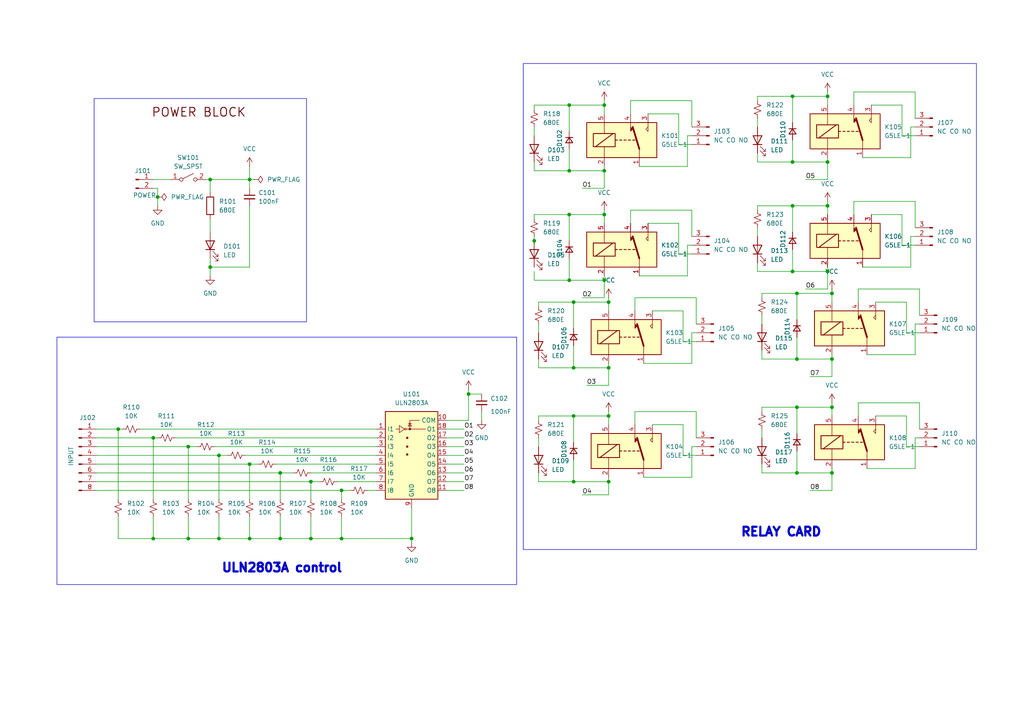
<source format=kicad_sch>
(kicad_sch (version 20250114) (generator "eeschema") (generator_version "9.0")
  (paper "A4")
  (title_block (title "8 CHANNELRELAY CARD") (date "2025-10-05"))
  (lib_symbols
    (symbol "Connector:Conn_01x02_Pin" (pin_names (offset 1.016) (hide yes))
      (property "Reference" "J" (at 0 2.54 0))
      (property "Value" "Conn_01x02_Pin" (at 0 -5.08 0))
      (symbol "Conn_01x02_Pin_1_1"
        (pin passive line (at 5.08 0 180) (length 3.81) (name "Pin_1") (number "1"))
        (pin passive line (at 5.08 -2.54 180) (length 3.81) (name "Pin_2") (number "2"))
      )
    )
    (symbol "Connector:Conn_01x03_Pin" (pin_names (offset 1.016) (hide yes))
      (property "Reference" "J" (at 0 5.08 0))
      (property "Value" "Conn_01x03_Pin" (at 0 -5.08 0))
      (symbol "Conn_01x03_Pin_1_1"
        (pin passive line (at 5.08 2.54 180) (length 3.81) (name "Pin_1") (number "1"))
        (pin passive line (at 5.08 0 180) (length 3.81) (name "Pin_2") (number "2"))
        (pin passive line (at 5.08 -2.54 180) (length 3.81) (name "Pin_3") (number "3"))
      )
    )
    (symbol "Connector:Conn_01x08_Pin" (pin_names (offset 1.016) (hide yes))
      (property "Reference" "J" (at 0 10.16 0))
      (property "Value" "Conn_01x08_Pin" (at 0 -12.7 0))
      (symbol "Conn_01x08_Pin_1_1"
        (pin passive line (at 5.08 7.62 180) (length 3.81) (name "Pin_1") (number "1"))
        (pin passive line (at 5.08 5.08 180) (length 3.81) (name "Pin_2") (number "2"))
        (pin passive line (at 5.08 2.54 180) (length 3.81) (name "Pin_3") (number "3"))
        (pin passive line (at 5.08 0 180) (length 3.81) (name "Pin_4") (number "4"))
        (pin passive line (at 5.08 -2.54 180) (length 3.81) (name "Pin_5") (number "5"))
        (pin passive line (at 5.08 -5.08 180) (length 3.81) (name "Pin_6") (number "6"))
        (pin passive line (at 5.08 -7.62 180) (length 3.81) (name "Pin_7") (number "7"))
        (pin passive line (at 5.08 -10.16 180) (length 3.81) (name "Pin_8") (number "8"))
      )
    )
    (symbol "Device:C_Small" (pin_numbers (hide yes)) (pin_names (offset 0.254) (hide yes))
      (property "Reference" "C" (at 0.254 1.778 0))
      (property "Value" "C_Small" (at 0.254 -2.032 0))
      (symbol "C_Small_1_1"
        (pin passive line (at 0 2.54 270) (length 2.032) (name "~") (number "1"))
        (pin passive line (at 0 -2.54 90) (length 2.032) (name "~") (number "2"))
      )
    )
    (symbol "Device:D_Small" (pin_numbers (hide yes)) (pin_names (offset 0.254) (hide yes))
      (property "Reference" "D" (at -1.27 2.032 0))
      (property "Value" "D_Small" (at -3.81 -2.032 0))
      (symbol "D_Small_1_1"
        (pin passive line (at -2.54 0 0) (length 1.778) (name "K") (number "1"))
        (pin passive line (at 2.54 0 180) (length 1.778) (name "A") (number "2"))
      )
    )
    (symbol "Device:LED" (pin_numbers (hide yes)) (pin_names (offset 1.016) (hide yes))
      (property "Reference" "D" (at 0 2.54 0))
      (property "Value" "LED" (at 0 -2.54 0))
      (symbol "LED_1_1"
        (pin passive line (at -3.81 0 0) (length 2.54) (name "K") (number "1"))
        (pin passive line (at 3.81 0 180) (length 2.54) (name "A") (number "2"))
      )
    )
    (symbol "Device:R" (pin_numbers (hide yes)) (pin_names (offset 0))
      (property "Reference" "R" (at 2.032 0 90))
      (property "Value" "R" (at 0 0 90))
      (symbol "R_1_1"
        (pin passive line (at 0 3.81 270) (length 1.27) (name "~") (number "1"))
        (pin passive line (at 0 -3.81 90) (length 1.27) (name "~") (number "2"))
      )
    )
    (symbol "Device:R_Small_US" (pin_numbers (hide yes)) (pin_names (offset 0.254) (hide yes))
      (property "Reference" "R" (at 0.762 0.508 0))
      (property "Value" "R_Small_US" (at 0.762 -1.016 0))
      (symbol "R_Small_US_1_1"
        (pin passive line (at 0 2.54 270) (length 1.016) (name "~") (number "1"))
        (pin passive line (at 0 -2.54 90) (length 1.016) (name "~") (number "2"))
      )
    )
    (symbol "Relay:G5LE-1"
      (property "Reference" "K" (at 11.43 3.81 0))
      (property "Value" "G5LE-1" (at 11.43 1.27 0))
      (symbol "G5LE-1_1_1"
        (pin passive line (at -5.08 7.62 270) (length 2.54) (name "~") (number "5"))
        (pin passive line (at -5.08 -7.62 90) (length 2.54) (name "~") (number "2"))
        (pin passive line (at 2.54 7.62 270) (length 2.54) (name "~") (number "4"))
        (pin passive line (at 5.08 -7.62 90) (length 2.54) (name "~") (number "1"))
        (pin passive line (at 7.62 7.62 270) (length 2.54) (name "~") (number "3"))
      )
    )
    (symbol "Switch:SW_SPST" (pin_names (offset 0) (hide yes))
      (property "Reference" "SW" (at 0 3.175 0))
      (property "Value" "SW_SPST" (at 0 -2.54 0))
      (symbol "SW_SPST_1_1"
        (pin passive line (at -5.08 0 0) (length 2.54) (name "A") (number "1"))
        (pin passive line (at 5.08 0 180) (length 2.54) (name "B") (number "2"))
      )
    )
    (symbol "Transistor_Array:ULN2803A"
      (property "Reference" "U" (at 0 13.335 0))
      (property "Value" "ULN2803A" (at 0 11.43 0))
      (symbol "ULN2803A_1_1"
        (pin input line (at -10.16 5.08 0) (length 2.54) (name "I1") (number "1"))
        (pin input line (at -10.16 2.54 0) (length 2.54) (name "I2") (number "2"))
        (pin input line (at -10.16 0 0) (length 2.54) (name "I3") (number "3"))
        (pin input line (at -10.16 -2.54 0) (length 2.54) (name "I4") (number "4"))
        (pin input line (at -10.16 -5.08 0) (length 2.54) (name "I5") (number "5"))
        (pin input line (at -10.16 -7.62 0) (length 2.54) (name "I6") (number "6"))
        (pin input line (at -10.16 -10.16 0) (length 2.54) (name "I7") (number "7"))
        (pin input line (at -10.16 -12.7 0) (length 2.54) (name "I8") (number "8"))
        (pin power_in line (at 0 -17.78 90) (length 2.54) (name "GND") (number "9"))
        (pin passive line (at 10.16 7.62 180) (length 2.54) (name "COM") (number "10"))
        (pin open_collector line (at 10.16 5.08 180) (length 2.54) (name "O1") (number "18"))
        (pin open_collector line (at 10.16 2.54 180) (length 2.54) (name "O2") (number "17"))
        (pin open_collector line (at 10.16 0 180) (length 2.54) (name "O3") (number "16"))
        (pin open_collector line (at 10.16 -2.54 180) (length 2.54) (name "O4") (number "15"))
        (pin open_collector line (at 10.16 -5.08 180) (length 2.54) (name "O5") (number "14"))
        (pin open_collector line (at 10.16 -7.62 180) (length 2.54) (name "O6") (number "13"))
        (pin open_collector line (at 10.16 -10.16 180) (length 2.54) (name "O7") (number "12"))
        (pin open_collector line (at 10.16 -12.7 180) (length 2.54) (name "O8") (number "11"))
      )
    )
    (symbol "power:GND" (power) (pin_numbers (hide yes)) (pin_names (offset 0) (hide yes))
      (property "Value" "GND" (at 0 -3.81 0))
      (symbol "GND_1_1"
        (pin power_in line (at 0 0 270) (length 0) (name "~") (number "1"))
      )
    )
    (symbol "power:PWR_FLAG" (power) (pin_numbers (hide yes)) (pin_names (offset 0) (hide yes))
      (property "Value" "PWR_FLAG" (at 0 3.81 0))
      (symbol "PWR_FLAG_0_0"
        (pin power_out line (at 0 0 90) (length 0) (name "~") (number "1"))
      )
    )
    (symbol "power:VCC" (power) (pin_numbers (hide yes)) (pin_names (offset 0) (hide yes))
      (property "Value" "VCC" (at 0 3.556 0))
      (symbol "VCC_1_1"
        (pin power_in line (at 0 0 90) (length 0) (name "~") (number "1"))
      )
    )
  )
  (rectangle (start 151.765 18.415) (end 283.21 159.385))
  (rectangle (start 88.9 93.345) (end 27.305 28.575))
  (rectangle (start 16.51 97.79) (end 149.86 169.545))
  (text "RELAY CARD" (at 226.568 154.432 0) (effects (font (size 2.54 2.54) (thickness 1.016) (bold yes))))
  (text "ULN2803A control" (at 81.788 164.846 0) (effects (font (size 2.54 2.54) (thickness 1.016) (bold yes))))
  (text "POWER BLOCK" (at 57.658 32.766 0) (effects (font (size 2.54 2.54) (thickness 0.254) (bold yes))))
  (junction (at 229.87 78.74))
  (junction (at 99.06 142.24))
  (junction (at 241.3 137.16))
  (junction (at 231.14 118.11))
  (junction (at 229.87 59.69))
  (junction (at 231.14 137.16))
  (junction (at 44.45 156.21))
  (junction (at 54.61 129.54))
  (junction (at 231.14 104.14))
  (junction (at 166.37 87.63))
  (junction (at 165.1 81.28))
  (junction (at 165.1 30.48))
  (junction (at 72.39 134.62))
  (junction (at 241.3 118.11))
  (junction (at 166.37 120.65))
  (junction (at 231.14 85.09))
  (junction (at 90.17 156.21))
  (junction (at 154.94 69.85))
  (junction (at 90.17 139.7))
  (junction (at 60.96 52.07))
  (junction (at 175.26 62.23))
  (junction (at 165.1 62.23))
  (junction (at 240.03 27.94))
  (junction (at 166.37 106.68))
  (junction (at 54.61 156.21))
  (junction (at 135.89 114.3))
  (junction (at 176.53 87.63))
  (junction (at 81.28 156.21))
  (junction (at 175.26 49.53))
  (junction (at 165.1 49.53))
  (junction (at 34.29 124.46))
  (junction (at 72.39 156.21))
  (junction (at 175.26 30.48))
  (junction (at 81.28 137.16))
  (junction (at 63.5 156.21))
  (junction (at 45.72 57.15))
  (junction (at 72.39 52.07))
  (junction (at 229.87 46.99))
  (junction (at 119.38 156.21))
  (junction (at 166.37 139.7))
  (junction (at 176.53 120.65))
  (junction (at 60.96 77.47))
  (junction (at 241.3 104.14))
  (junction (at 44.45 127))
  (junction (at 99.06 156.21))
  (junction (at 175.26 81.28))
  (junction (at 63.5 132.08))
  (junction (at 229.87 27.94))
  (junction (at 176.53 106.68))
  (junction (at 240.03 46.99))
  (junction (at 176.53 139.7))
  (junction (at 241.3 85.09))
  (junction (at 240.03 78.74))
  (junction (at 240.03 59.69))
  (wire (pts (xy 250.19 45.72) (xy 264.16 45.72)))
  (wire (pts (xy 229.87 27.94) (xy 240.03 27.94)))
  (wire (pts (xy 154.94 36.83) (xy 154.94 39.37)))
  (wire (pts (xy 240.03 78.74) (xy 240.03 83.82)))
  (wire (pts (xy 219.71 78.74) (xy 229.87 78.74)))
  (wire (pts (xy 106.68 142.24) (xy 109.22 142.24)))
  (wire (pts (xy 229.87 40.64) (xy 229.87 46.99)))
  (wire (pts (xy 154.94 68.58) (xy 154.94 69.85)))
  (wire (pts (xy 247.65 30.48) (xy 247.65 26.67)))
  (wire (pts (xy 199.39 80.01) (xy 199.39 71.12)))
  (wire (pts (xy 129.54 127) (xy 134.62 127)))
  (wire (pts (xy 90.17 144.78) (xy 90.17 139.7)))
  (wire (pts (xy 97.79 139.7) (xy 109.22 139.7)))
  (wire (pts (xy 72.39 149.86) (xy 72.39 156.21)))
  (wire (pts (xy 198.12 132.08) (xy 201.93 132.08)))
  (wire (pts (xy 99.06 142.24) (xy 101.6 142.24)))
  (wire (pts (xy 135.89 121.92) (xy 135.89 114.3)))
  (wire (pts (xy 240.03 77.47) (xy 240.03 78.74)))
  (wire (pts (xy 265.43 26.67) (xy 265.43 34.29)))
  (wire (pts (xy 198.12 90.17) (xy 198.12 99.06)))
  (wire (pts (xy 60.96 77.47) (xy 60.96 80.01)))
  (wire (pts (xy 139.7 119.38) (xy 139.7 121.92)))
  (wire (pts (xy 220.98 104.14) (xy 231.14 104.14)))
  (wire (pts (xy 176.53 111.76) (xy 170.18 111.76)))
  (wire (pts (xy 220.98 124.46) (xy 220.98 127)))
  (wire (pts (xy 199.39 39.37) (xy 200.66 39.37)))
  (wire (pts (xy 50.8 127) (xy 109.22 127)))
  (wire (pts (xy 27.94 124.46) (xy 34.29 124.46)))
  (wire (pts (xy 182.88 64.77) (xy 182.88 60.96)))
  (wire (pts (xy 264.16 68.58) (xy 265.43 68.58)))
  (wire (pts (xy 254 120.65) (xy 262.89 120.65)))
  (wire (pts (xy 54.61 149.86) (xy 54.61 156.21)))
  (wire (pts (xy 63.5 156.21) (xy 72.39 156.21)))
  (wire (pts (xy 90.17 139.7) (xy 27.94 139.7)))
  (wire (pts (xy 44.45 54.61) (xy 45.72 54.61)))
  (wire (pts (xy 187.96 64.77) (xy 196.85 64.77)))
  (wire (pts (xy 182.88 29.21) (xy 200.66 29.21)))
  (wire (pts (xy 189.23 90.17) (xy 198.12 90.17)))
  (wire (pts (xy 184.15 86.36) (xy 201.93 86.36)))
  (wire (pts (xy 176.53 86.36) (xy 176.53 87.63)))
  (wire (pts (xy 63.5 149.86) (xy 63.5 156.21)))
  (wire (pts (xy 81.28 149.86) (xy 81.28 156.21)))
  (wire (pts (xy 72.39 77.47) (xy 60.96 77.47)))
  (wire (pts (xy 90.17 137.16) (xy 109.22 137.16)))
  (wire (pts (xy 251.46 135.89) (xy 265.43 135.89)))
  (wire (pts (xy 229.87 78.74) (xy 240.03 78.74)))
  (wire (pts (xy 81.28 156.21) (xy 90.17 156.21)))
  (wire (pts (xy 175.26 54.61) (xy 168.91 54.61)))
  (wire (pts (xy 262.89 96.52) (xy 266.7 96.52)))
  (wire (pts (xy 265.43 93.98) (xy 266.7 93.98)))
  (wire (pts (xy 248.92 87.63) (xy 248.92 83.82)))
  (wire (pts (xy 241.3 104.14) (xy 241.3 109.22)))
  (wire (pts (xy 156.21 127) (xy 156.21 129.54)))
  (wire (pts (xy 44.45 127) (xy 45.72 127)))
  (wire (pts (xy 229.87 59.69) (xy 240.03 59.69)))
  (wire (pts (xy 166.37 120.65) (xy 176.53 120.65)))
  (wire (pts (xy 199.39 71.12) (xy 200.66 71.12)))
  (wire (pts (xy 229.87 46.99) (xy 240.03 46.99)))
  (wire (pts (xy 196.85 33.02) (xy 196.85 41.91)))
  (wire (pts (xy 154.94 49.53) (xy 165.1 49.53)))
  (wire (pts (xy 165.1 30.48) (xy 175.26 30.48)))
  (wire (pts (xy 261.62 39.37) (xy 265.43 39.37)))
  (wire (pts (xy 44.45 52.07) (xy 49.53 52.07)))
  (wire (pts (xy 241.3 135.89) (xy 241.3 137.16)))
  (wire (pts (xy 135.89 114.3) (xy 139.7 114.3)))
  (wire (pts (xy 231.14 118.11) (xy 241.3 118.11)))
  (wire (pts (xy 168.91 143.51) (xy 176.53 143.51)))
  (wire (pts (xy 166.37 139.7) (xy 176.53 139.7)))
  (wire (pts (xy 175.26 48.26) (xy 175.26 49.53)))
  (wire (pts (xy 165.1 81.28) (xy 175.26 81.28)))
  (wire (pts (xy 189.23 123.19) (xy 198.12 123.19)))
  (wire (pts (xy 261.62 62.23) (xy 261.62 71.12)))
  (wire (pts (xy 247.65 58.42) (xy 265.43 58.42)))
  (wire (pts (xy 219.71 27.94) (xy 229.87 27.94)))
  (wire (pts (xy 265.43 58.42) (xy 265.43 66.04)))
  (wire (pts (xy 182.88 33.02) (xy 182.88 29.21)))
  (wire (pts (xy 176.53 119.38) (xy 176.53 120.65)))
  (wire (pts (xy 154.94 62.23) (xy 165.1 62.23)))
  (wire (pts (xy 154.94 81.28) (xy 165.1 81.28)))
  (wire (pts (xy 219.71 76.2) (xy 219.71 78.74)))
  (wire (pts (xy 60.96 52.07) (xy 60.96 55.88)))
  (wire (pts (xy 154.94 69.85) (xy 154.94 71.12)))
  (wire (pts (xy 201.93 119.38) (xy 201.93 127)))
  (wire (pts (xy 247.65 62.23) (xy 247.65 58.42)))
  (wire (pts (xy 175.26 60.96) (xy 175.26 62.23)))
  (wire (pts (xy 261.62 30.48) (xy 261.62 39.37)))
  (wire (pts (xy 156.21 137.16) (xy 156.21 139.7)))
  (wire (pts (xy 231.14 125.73) (xy 231.14 118.11)))
  (wire (pts (xy 81.28 137.16) (xy 85.09 137.16)))
  (wire (pts (xy 266.7 116.84) (xy 266.7 124.46)))
  (wire (pts (xy 264.16 36.83) (xy 265.43 36.83)))
  (wire (pts (xy 176.53 106.68) (xy 176.53 111.76)))
  (wire (pts (xy 81.28 137.16) (xy 81.28 144.78)))
  (wire (pts (xy 201.93 86.36) (xy 201.93 93.98)))
  (wire (pts (xy 72.39 134.62) (xy 74.93 134.62)))
  (wire (pts (xy 219.71 59.69) (xy 229.87 59.69)))
  (wire (pts (xy 175.26 80.01) (xy 175.26 81.28)))
  (wire (pts (xy 165.1 62.23) (xy 175.26 62.23)))
  (wire (pts (xy 240.03 58.42) (xy 240.03 59.69)))
  (wire (pts (xy 241.3 118.11) (xy 241.3 120.65)))
  (wire (pts (xy 240.03 45.72) (xy 240.03 46.99)))
  (wire (pts (xy 250.19 77.47) (xy 264.16 77.47)))
  (wire (pts (xy 129.54 139.7) (xy 134.62 139.7)))
  (wire (pts (xy 99.06 142.24) (xy 99.06 144.78)))
  (wire (pts (xy 27.94 132.08) (xy 63.5 132.08)))
  (wire (pts (xy 154.94 46.99) (xy 154.94 49.53)))
  (wire (pts (xy 196.85 41.91) (xy 200.66 41.91)))
  (wire (pts (xy 45.72 54.61) (xy 45.72 57.15)))
  (wire (pts (xy 248.92 116.84) (xy 266.7 116.84)))
  (wire (pts (xy 72.39 134.62) (xy 72.39 144.78)))
  (wire (pts (xy 252.73 30.48) (xy 261.62 30.48)))
  (wire (pts (xy 229.87 72.39) (xy 229.87 78.74)))
  (wire (pts (xy 166.37 106.68) (xy 176.53 106.68)))
  (wire (pts (xy 72.39 59.69) (xy 72.39 77.47)))
  (wire (pts (xy 240.03 46.99) (xy 240.03 52.07)))
  (wire (pts (xy 199.39 48.26) (xy 199.39 39.37)))
  (wire (pts (xy 251.46 102.87) (xy 265.43 102.87)))
  (wire (pts (xy 80.01 134.62) (xy 109.22 134.62)))
  (wire (pts (xy 184.15 90.17) (xy 184.15 86.36)))
  (wire (pts (xy 200.66 105.41) (xy 200.66 96.52)))
  (wire (pts (xy 165.1 74.93) (xy 165.1 81.28)))
  (wire (pts (xy 27.94 127) (xy 44.45 127)))
  (wire (pts (xy 196.85 73.66) (xy 200.66 73.66)))
  (wire (pts (xy 266.7 83.82) (xy 266.7 91.44)))
  (wire (pts (xy 265.43 135.89) (xy 265.43 127)))
  (wire (pts (xy 200.66 60.96) (xy 200.66 68.58)))
  (wire (pts (xy 165.1 43.18) (xy 165.1 49.53)))
  (wire (pts (xy 264.16 45.72) (xy 264.16 36.83)))
  (wire (pts (xy 176.53 120.65) (xy 176.53 123.19)))
  (wire (pts (xy 248.92 120.65) (xy 248.92 116.84)))
  (wire (pts (xy 241.3 116.84) (xy 241.3 118.11)))
  (wire (pts (xy 72.39 156.21) (xy 81.28 156.21)))
  (wire (pts (xy 241.3 137.16) (xy 241.3 142.24)))
  (wire (pts (xy 44.45 127) (xy 44.45 144.78)))
  (wire (pts (xy 200.66 138.43) (xy 200.66 129.54)))
  (wire (pts (xy 241.3 142.24) (xy 234.95 142.24)))
  (wire (pts (xy 72.39 54.61) (xy 72.39 52.07)))
  (wire (pts (xy 219.71 29.21) (xy 219.71 27.94)))
  (wire (pts (xy 229.87 35.56) (xy 229.87 27.94)))
  (wire (pts (xy 27.94 134.62) (xy 72.39 134.62)))
  (wire (pts (xy 129.54 142.24) (xy 134.62 142.24)))
  (wire (pts (xy 156.21 120.65) (xy 166.37 120.65)))
  (wire (pts (xy 176.53 87.63) (xy 176.53 90.17)))
  (wire (pts (xy 262.89 87.63) (xy 262.89 96.52)))
  (wire (pts (xy 129.54 121.92) (xy 135.89 121.92)))
  (wire (pts (xy 40.64 124.46) (xy 109.22 124.46)))
  (wire (pts (xy 63.5 132.08) (xy 63.5 144.78)))
  (wire (pts (xy 231.14 137.16) (xy 241.3 137.16)))
  (wire (pts (xy 220.98 134.62) (xy 220.98 137.16)))
  (wire (pts (xy 72.39 48.26) (xy 72.39 52.07)))
  (wire (pts (xy 231.14 85.09) (xy 241.3 85.09)))
  (wire (pts (xy 166.37 95.25) (xy 166.37 87.63)))
  (wire (pts (xy 119.38 156.21) (xy 119.38 157.48)))
  (wire (pts (xy 176.53 138.43) (xy 176.53 139.7)))
  (wire (pts (xy 219.71 60.96) (xy 219.71 59.69)))
  (wire (pts (xy 27.94 142.24) (xy 99.06 142.24)))
  (wire (pts (xy 185.42 80.01) (xy 199.39 80.01)))
  (wire (pts (xy 135.89 114.3) (xy 135.89 113.03)))
  (wire (pts (xy 156.21 87.63) (xy 166.37 87.63)))
  (wire (pts (xy 229.87 67.31) (xy 229.87 59.69)))
  (wire (pts (xy 176.53 105.41) (xy 176.53 106.68)))
  (wire (pts (xy 154.94 31.75) (xy 154.94 30.48)))
  (wire (pts (xy 129.54 137.16) (xy 134.62 137.16)))
  (wire (pts (xy 156.21 88.9) (xy 156.21 87.63)))
  (wire (pts (xy 219.71 34.29) (xy 219.71 36.83)))
  (wire (pts (xy 166.37 133.35) (xy 166.37 139.7)))
  (wire (pts (xy 175.26 49.53) (xy 175.26 54.61)))
  (wire (pts (xy 220.98 101.6) (xy 220.98 104.14)))
  (wire (pts (xy 156.21 106.68) (xy 166.37 106.68)))
  (wire (pts (xy 241.3 102.87) (xy 241.3 104.14)))
  (wire (pts (xy 60.96 74.93) (xy 60.96 77.47)))
  (wire (pts (xy 254 87.63) (xy 262.89 87.63)))
  (wire (pts (xy 240.03 26.67) (xy 240.03 27.94)))
  (wire (pts (xy 90.17 156.21) (xy 99.06 156.21)))
  (wire (pts (xy 156.21 121.92) (xy 156.21 120.65)))
  (wire (pts (xy 99.06 149.86) (xy 99.06 156.21)))
  (wire (pts (xy 264.16 77.47) (xy 264.16 68.58)))
  (wire (pts (xy 231.14 130.81) (xy 231.14 137.16)))
  (wire (pts (xy 166.37 128.27) (xy 166.37 120.65)))
  (wire (pts (xy 248.92 83.82) (xy 266.7 83.82)))
  (wire (pts (xy 240.03 83.82) (xy 233.68 83.82)))
  (wire (pts (xy 119.38 156.21) (xy 119.38 147.32)))
  (wire (pts (xy 231.14 97.79) (xy 231.14 104.14)))
  (wire (pts (xy 34.29 149.86) (xy 34.29 156.21)))
  (wire (pts (xy 154.94 63.5) (xy 154.94 62.23)))
  (wire (pts (xy 186.69 138.43) (xy 200.66 138.43)))
  (wire (pts (xy 166.37 87.63) (xy 176.53 87.63)))
  (wire (pts (xy 54.61 156.21) (xy 63.5 156.21)))
  (wire (pts (xy 220.98 137.16) (xy 231.14 137.16)))
  (wire (pts (xy 90.17 149.86) (xy 90.17 156.21)))
  (wire (pts (xy 72.39 52.07) (xy 60.96 52.07)))
  (wire (pts (xy 220.98 118.11) (xy 231.14 118.11)))
  (wire (pts (xy 262.89 129.54) (xy 266.7 129.54)))
  (wire (pts (xy 265.43 127) (xy 266.7 127)))
  (wire (pts (xy 219.71 66.04) (xy 219.71 68.58)))
  (wire (pts (xy 156.21 104.14) (xy 156.21 106.68)))
  (wire (pts (xy 198.12 123.19) (xy 198.12 132.08)))
  (wire (pts (xy 165.1 38.1) (xy 165.1 30.48)))
  (wire (pts (xy 200.66 96.52) (xy 201.93 96.52)))
  (wire (pts (xy 219.71 44.45) (xy 219.71 46.99)))
  (wire (pts (xy 63.5 132.08) (xy 66.04 132.08)))
  (wire (pts (xy 129.54 129.54) (xy 134.62 129.54)))
  (wire (pts (xy 62.23 129.54) (xy 109.22 129.54)))
  (wire (pts (xy 72.39 52.07) (xy 73.66 52.07)))
  (wire (pts (xy 71.12 132.08) (xy 109.22 132.08)))
  (wire (pts (xy 34.29 124.46) (xy 35.56 124.46)))
  (wire (pts (xy 129.54 124.46) (xy 134.62 124.46)))
  (wire (pts (xy 185.42 48.26) (xy 199.39 48.26)))
  (wire (pts (xy 90.17 139.7) (xy 92.71 139.7)))
  (wire (pts (xy 165.1 49.53) (xy 175.26 49.53)))
  (wire (pts (xy 175.26 29.21) (xy 175.26 30.48)))
  (wire (pts (xy 187.96 33.02) (xy 196.85 33.02)))
  (wire (pts (xy 200.66 29.21) (xy 200.66 36.83)))
  (wire (pts (xy 54.61 129.54) (xy 54.61 144.78)))
  (wire (pts (xy 186.69 105.41) (xy 200.66 105.41)))
  (wire (pts (xy 231.14 104.14) (xy 241.3 104.14)))
  (wire (pts (xy 175.26 86.36) (xy 168.91 86.36)))
  (wire (pts (xy 60.96 63.5) (xy 60.96 67.31)))
  (wire (pts (xy 240.03 27.94) (xy 240.03 30.48)))
  (wire (pts (xy 34.29 124.46) (xy 34.29 144.78)))
  (wire (pts (xy 220.98 119.38) (xy 220.98 118.11)))
  (wire (pts (xy 154.94 30.48) (xy 165.1 30.48)))
  (wire (pts (xy 220.98 86.36) (xy 220.98 85.09)))
  (wire (pts (xy 166.37 100.33) (xy 166.37 106.68)))
  (wire (pts (xy 220.98 85.09) (xy 231.14 85.09)))
  (wire (pts (xy 45.72 57.15) (xy 45.72 59.69)))
  (wire (pts (xy 240.03 59.69) (xy 240.03 62.23)))
  (wire (pts (xy 182.88 60.96) (xy 200.66 60.96)))
  (wire (pts (xy 241.3 83.82) (xy 241.3 85.09)))
  (wire (pts (xy 241.3 109.22) (xy 234.95 109.22)))
  (wire (pts (xy 175.26 81.28) (xy 175.26 86.36)))
  (wire (pts (xy 219.71 46.99) (xy 229.87 46.99)))
  (wire (pts (xy 154.94 78.74) (xy 154.94 81.28)))
  (wire (pts (xy 241.3 85.09) (xy 241.3 87.63)))
  (wire (pts (xy 156.21 93.98) (xy 156.21 96.52)))
  (wire (pts (xy 231.14 92.71) (xy 231.14 85.09)))
  (wire (pts (xy 184.15 119.38) (xy 201.93 119.38)))
  (wire (pts (xy 176.53 139.7) (xy 176.53 143.51)))
  (wire (pts (xy 129.54 132.08) (xy 134.62 132.08)))
  (wire (pts (xy 44.45 149.86) (xy 44.45 156.21)))
  (wire (pts (xy 99.06 156.21) (xy 119.38 156.21)))
  (wire (pts (xy 27.94 137.16) (xy 81.28 137.16)))
  (wire (pts (xy 247.65 26.67) (xy 265.43 26.67)))
  (wire (pts (xy 196.85 64.77) (xy 196.85 73.66)))
  (wire (pts (xy 220.98 91.44) (xy 220.98 93.98)))
  (wire (pts (xy 156.21 139.7) (xy 166.37 139.7)))
  (wire (pts (xy 129.54 134.62) (xy 134.62 134.62)))
  (wire (pts (xy 200.66 129.54) (xy 201.93 129.54)))
  (wire (pts (xy 265.43 102.87) (xy 265.43 93.98)))
  (wire (pts (xy 44.45 156.21) (xy 54.61 156.21)))
  (wire (pts (xy 261.62 71.12) (xy 265.43 71.12)))
  (wire (pts (xy 184.15 123.19) (xy 184.15 119.38)))
  (wire (pts (xy 198.12 99.06) (xy 201.93 99.06)))
  (wire (pts (xy 262.89 120.65) (xy 262.89 129.54)))
  (wire (pts (xy 27.94 129.54) (xy 54.61 129.54)))
  (wire (pts (xy 175.26 30.48) (xy 175.26 33.02)))
  (wire (pts (xy 175.26 62.23) (xy 175.26 64.77)))
  (wire (pts (xy 165.1 69.85) (xy 165.1 62.23)))
  (wire (pts (xy 34.29 156.21) (xy 44.45 156.21)))
  (wire (pts (xy 59.69 52.07) (xy 60.96 52.07)))
  (wire (pts (xy 252.73 62.23) (xy 261.62 62.23)))
  (wire (pts (xy 54.61 129.54) (xy 57.15 129.54)))
  (wire (pts (xy 240.03 52.07) (xy 233.68 52.07)))
  (label "O5" (at 233.68 52.07 0))
  (label "O3" (at 170.18 111.76 0))
  (label "O6" (at 233.68 83.82 0))
  (label "O2" (at 168.91 86.36 0))
  (label "O3" (at 134.62 129.54 0))
  (label "O4" (at 168.91 143.51 0))
  (label "O7" (at 134.62 139.7 0))
  (label "O8" (at 234.95 142.24 0))
  (label "O2" (at 134.62 127 0))
  (label "O7" (at 234.95 109.22 0))
  (label "O1" (at 168.91 54.61 0))
  (label "O5" (at 134.62 134.62 0))
  (label "O8" (at 134.62 142.24 0))
  (label "O6" (at 134.62 137.16 0))
  (label "O1" (at 134.62 124.46 0))
  (label "O4" (at 134.62 132.08 0))
  (symbol (lib_id "Connector:Conn_01x03_Pin") (at 271.78 127 180) (unit 1)
    (property "Reference" "J110" (at 273.05 125.7299 0) (effects (justify right)))
    (property "Value" "NC CO NO" (at 273.05 128.2699 0) (effects (justify right)))
    (property "Footprint" "Connector_JST:JST_NV_B03P-NV_1x03_P5.00mm_Vertical" (effects (hide yes)))
    (property "Description" "Generic connector, single row, 01x03, script generated" (effects (hide yes)))
  )
  (symbol (lib_id "Device:R_Small_US") (at 220.98 88.9 0) (unit 1)
    (property "Reference" "R124" (at 223.52 87.6299 0) (effects (justify left)))
    (property "Value" "680E" (at 223.52 90.1699 0) (effects (justify left)))
    (property "Footprint" "Resistor_SMD:R_0805_2012Metric" (effects (hide yes)))
    (property "Description" "Resistor, small US symbol" (effects (hide yes)))
  )
  (symbol (lib_id "Device:R_Small_US") (at 99.06 147.32 0) (unit 1)
    (property "Reference" "R109" (at 101.6 146.0499 0) (effects (justify left)))
    (property "Value" "10K" (at 101.6 148.5899 0) (effects (justify left)))
    (property "Footprint" "Resistor_SMD:R_0805_2012Metric" (effects (hide yes)))
    (property "Description" "Resistor, small US symbol" (effects (hide yes)))
  )
  (symbol (lib_id "Device:R_Small_US") (at 219.71 31.75 0) (unit 1)
    (property "Reference" "R122" (at 222.25 30.4799 0) (effects (justify left)))
    (property "Value" "680E" (at 222.25 33.0199 0) (effects (justify left)))
    (property "Footprint" "Resistor_SMD:R_0805_2012Metric" (effects (hide yes)))
    (property "Description" "Resistor, small US symbol" (effects (hide yes)))
  )
  (symbol (lib_id "Device:R_Small_US") (at 156.21 91.44 0) (unit 1)
    (property "Reference" "R120" (at 158.75 90.1699 0) (effects (justify left)))
    (property "Value" "680E" (at 158.75 92.7099 0) (effects (justify left)))
    (property "Footprint" "Resistor_SMD:R_0805_2012Metric" (effects (hide yes)))
    (property "Description" "Resistor, small US symbol" (effects (hide yes)))
  )
  (symbol (lib_id "Device:R_Small_US") (at 90.17 147.32 0) (unit 1)
    (property "Reference" "R108" (at 92.71 146.0499 0) (effects (justify left)))
    (property "Value" "10K" (at 92.71 148.5899 0) (effects (justify left)))
    (property "Footprint" "Resistor_SMD:R_0805_2012Metric" (effects (hide yes)))
    (property "Description" "Resistor, small US symbol" (effects (hide yes)))
  )
  (symbol (lib_id "Relay:G5LE-1") (at 180.34 40.64 0) (unit 1)
    (property "Reference" "K101" (at 191.77 39.3699 0) (effects (justify left)))
    (property "Value" "G5LE-1" (at 191.77 41.9099 0) (effects (justify left)))
    (property "Footprint" "Relay_THT:Relay_SPDT_Omron-G5LE-1" (effects (hide yes)))
    (property "Datasheet" "http://www.omron.com/ecb/products/pdf/en-g5le.pdf" (effects (hide yes)))
    (property "Description" "Omron G5LE relay, Miniature Single Pole, SPDT, 10A" (effects (hide yes)))
  )
  (symbol (lib_id "Device:R_Small_US") (at 68.58 132.08 90) (unit 1)
    (property "Reference" "R113" (at 68.58 125.73 90))
    (property "Value" "10K" (at 68.58 128.27 90))
    (property "Footprint" "Resistor_SMD:R_0805_2012Metric" (effects (hide yes)))
    (property "Description" "Resistor, small US symbol" (effects (hide yes)))
  )
  (symbol (lib_id "power:VCC") (at 241.3 116.84 0) (unit 1)
    (property "Reference" "#PWR0114" (effects (hide yes)))
    (property "Value" "VCC" (at 241.3 111.76 0))
    (property "Description" "Power symbol creates a global label with name \"VCC\"" (effects (hide yes)))
  )
  (symbol (lib_id "power:VCC") (at 176.53 119.38 0) (unit 1)
    (property "Reference" "#PWR0110" (effects (hide yes)))
    (property "Value" "VCC" (at 176.53 114.3 0))
    (property "Description" "Power symbol creates a global label with name \"VCC\"" (effects (hide yes)))
  )
  (symbol (lib_id "power:VCC") (at 240.03 58.42 0) (unit 1)
    (property "Reference" "#PWR0112" (effects (hide yes)))
    (property "Value" "VCC" (at 240.03 53.34 0))
    (property "Description" "Power symbol creates a global label with name \"VCC\"" (effects (hide yes)))
  )
  (symbol (lib_id "power:PWR_FLAG") (at 73.66 52.07 270) (unit 1)
    (property "Reference" "#FLG0101" (effects (hide yes)))
    (property "Value" "PWR_FLAG" (at 77.47 52.0699 90) (effects (justify left)))
    (property "Description" "Special symbol for telling ERC where power comes from" (effects (hide yes)))
  )
  (symbol (lib_id "power:GND") (at 119.38 157.48 0) (unit 1)
    (property "Reference" "#PWR0104" (effects (hide yes)))
    (property "Value" "GND" (at 119.38 162.56 0))
    (property "Description" "Power symbol creates a global label with name \"GND\" , ground" (effects (hide yes)))
  )
  (symbol (lib_id "power:PWR_FLAG") (at 45.72 57.15 270) (unit 1)
    (property "Reference" "#FLG0102" (effects (hide yes)))
    (property "Value" "PWR_FLAG" (at 49.53 57.1499 90) (effects (justify left)))
    (property "Description" "Special symbol for telling ERC where power comes from" (effects (hide yes)))
  )
  (symbol (lib_id "Device:C_Small") (at 72.39 57.15 0) (unit 1)
    (property "Reference" "C101" (at 74.93 55.8862 0) (effects (justify left)))
    (property "Value" "100nF" (at 74.93 58.4262 0) (effects (justify left)))
    (property "Footprint" "Capacitor_SMD:C_0805_2012Metric" (effects (hide yes)))
    (property "Description" "Unpolarized capacitor, small symbol" (effects (hide yes)))
  )
  (symbol (lib_id "Device:D_Small") (at 165.1 72.39 270) (unit 1)
    (property "Reference" "D104" (at 162.306 74.422 0) (effects (justify right)))
    (property "Value" "D_Small" (effects (hide yes)))
    (property "Footprint" "Diode_SMD:D_1206_3216Metric" (effects (hide yes)))
    (property "Description" "Diode, small symbol" (effects (hide yes)))
    (property "Sim.Device" "D" (effects (hide yes)))
    (property "Sim.Pins" "1=K 2=A" (effects (hide yes)))
  )
  (symbol (lib_id "Device:LED") (at 60.96 71.12 90) (unit 1)
    (property "Reference" "D101" (at 64.77 71.4374 90) (effects (justify right)))
    (property "Value" "LED" (at 64.77 73.9774 90) (effects (justify right)))
    (property "Footprint" "LED_SMD:LED_0805_2012Metric" (effects (hide yes)))
    (property "Description" "Light emitting diode" (effects (hide yes)))
    (property "Sim.Pins" "1=K 2=A" (effects (hide yes)))
  )
  (symbol (lib_id "power:GND") (at 139.7 121.92 0) (unit 1)
    (property "Reference" "#PWR0106" (effects (hide yes)))
    (property "Value" "GND" (at 139.7 127 0))
    (property "Description" "Power symbol creates a global label with name \"GND\" , ground" (effects (hide yes)))
  )
  (symbol (lib_id "Device:R_Small_US") (at 63.5 147.32 0) (unit 1)
    (property "Reference" "R105" (at 66.04 146.0499 0) (effects (justify left)))
    (property "Value" "10K" (at 66.04 148.5899 0) (effects (justify left)))
    (property "Footprint" "Resistor_SMD:R_0805_2012Metric" (effects (hide yes)))
    (property "Description" "Resistor, small US symbol" (effects (hide yes)))
  )
  (symbol (lib_id "power:VCC") (at 240.03 26.67 0) (unit 1)
    (property "Reference" "#PWR0111" (effects (hide yes)))
    (property "Value" "VCC" (at 240.03 21.59 0))
    (property "Description" "Power symbol creates a global label with name \"VCC\"" (effects (hide yes)))
  )
  (symbol (lib_id "Connector:Conn_01x03_Pin") (at 271.78 93.98 180) (unit 1)
    (property "Reference" "J109" (at 273.05 92.7099 0) (effects (justify right)))
    (property "Value" "NC CO NO" (at 273.05 95.2499 0) (effects (justify right)))
    (property "Footprint" "Connector_JST:JST_NV_B03P-NV_1x03_P5.00mm_Vertical" (effects (hide yes)))
    (property "Description" "Generic connector, single row, 01x03, script generated" (effects (hide yes)))
  )
  (symbol (lib_id "Device:LED") (at 220.98 97.79 90) (unit 1)
    (property "Reference" "D115" (at 224.79 98.1074 90) (effects (justify right)))
    (property "Value" "LED" (at 224.79 100.6474 90) (effects (justify right)))
    (property "Footprint" "LED_SMD:LED_0805_2012Metric" (effects (hide yes)))
    (property "Description" "Light emitting diode" (effects (hide yes)))
    (property "Sim.Pins" "1=K 2=A" (effects (hide yes)))
  )
  (symbol (lib_id "Device:D_Small") (at 165.1 40.64 270) (unit 1)
    (property "Reference" "D102" (at 162.306 42.672 0) (effects (justify right)))
    (property "Value" "D_Small" (effects (hide yes)))
    (property "Footprint" "Diode_SMD:D_1206_3216Metric" (effects (hide yes)))
    (property "Description" "Diode, small symbol" (effects (hide yes)))
    (property "Sim.Device" "D" (effects (hide yes)))
    (property "Sim.Pins" "1=K 2=A" (effects (hide yes)))
  )
  (symbol (lib_id "Relay:G5LE-1") (at 181.61 130.81 0) (unit 1)
    (property "Reference" "K104" (at 193.04 129.5399 0) (effects (justify left)))
    (property "Value" "G5LE-1" (at 193.04 132.0799 0) (effects (justify left)))
    (property "Footprint" "Relay_THT:Relay_SPDT_Omron-G5LE-1" (effects (hide yes)))
    (property "Datasheet" "http://www.omron.com/ecb/products/pdf/en-g5le.pdf" (effects (hide yes)))
    (property "Description" "Omron G5LE relay, Miniature Single Pole, SPDT, 10A" (effects (hide yes)))
  )
  (symbol (lib_id "Device:R_Small_US") (at 219.71 63.5 0) (unit 1)
    (property "Reference" "R123" (at 222.25 62.2299 0) (effects (justify left)))
    (property "Value" "680E" (at 222.25 64.7699 0) (effects (justify left)))
    (property "Footprint" "Resistor_SMD:R_0805_2012Metric" (effects (hide yes)))
    (property "Description" "Resistor, small US symbol" (effects (hide yes)))
  )
  (symbol (lib_id "Relay:G5LE-1") (at 245.11 69.85 0) (unit 1)
    (property "Reference" "K106" (at 256.54 68.5799 0) (effects (justify left)))
    (property "Value" "G5LE-1" (at 256.54 71.1199 0) (effects (justify left)))
    (property "Footprint" "Relay_THT:Relay_SPDT_Omron-G5LE-1" (effects (hide yes)))
    (property "Datasheet" "http://www.omron.com/ecb/products/pdf/en-g5le.pdf" (effects (hide yes)))
    (property "Description" "Omron G5LE relay, Miniature Single Pole, SPDT, 10A" (effects (hide yes)))
  )
  (symbol (lib_id "power:VCC") (at 175.26 29.21 0) (unit 1)
    (property "Reference" "#PWR0107" (effects (hide yes)))
    (property "Value" "VCC" (at 175.26 24.13 0))
    (property "Description" "Power symbol creates a global label with name \"VCC\"" (effects (hide yes)))
  )
  (symbol (lib_id "Relay:G5LE-1") (at 246.38 128.27 0) (unit 1)
    (property "Reference" "K108" (at 257.81 126.9999 0) (effects (justify left)))
    (property "Value" "G5LE-1" (at 257.81 129.5399 0) (effects (justify left)))
    (property "Footprint" "Relay_THT:Relay_SPDT_Omron-G5LE-1" (effects (hide yes)))
    (property "Datasheet" "http://www.omron.com/ecb/products/pdf/en-g5le.pdf" (effects (hide yes)))
    (property "Description" "Omron G5LE relay, Miniature Single Pole, SPDT, 10A" (effects (hide yes)))
  )
  (symbol (lib_id "Device:D_Small") (at 166.37 130.81 270) (unit 1)
    (property "Reference" "D108" (at 163.576 132.842 0) (effects (justify right)))
    (property "Value" "D_Small" (effects (hide yes)))
    (property "Footprint" "Diode_SMD:D_1206_3216Metric" (effects (hide yes)))
    (property "Description" "Diode, small symbol" (effects (hide yes)))
    (property "Sim.Device" "D" (effects (hide yes)))
    (property "Sim.Pins" "1=K 2=A" (effects (hide yes)))
  )
  (symbol (lib_id "Device:R_Small_US") (at 34.29 147.32 0) (unit 1)
    (property "Reference" "R102" (at 36.83 146.0499 0) (effects (justify left)))
    (property "Value" "10K" (at 36.83 148.5899 0) (effects (justify left)))
    (property "Footprint" "Resistor_SMD:R_0805_2012Metric" (effects (hide yes)))
    (property "Description" "Resistor, small US symbol" (effects (hide yes)))
  )
  (symbol (lib_id "Device:R") (at 60.96 59.69 0) (unit 1)
    (property "Reference" "R101" (at 63.5 58.4199 0) (effects (justify left)))
    (property "Value" "680E" (at 63.5 60.9599 0) (effects (justify left)))
    (property "Footprint" "Resistor_SMD:R_0805_2012Metric" (effects (hide yes)))
    (property "Description" "Resistor" (effects (hide yes)))
  )
  (symbol (lib_id "Device:R_Small_US") (at 38.1 124.46 90) (unit 1)
    (property "Reference" "R110" (at 38.1 118.11 90))
    (property "Value" "10K" (at 38.1 120.65 90))
    (property "Footprint" "Resistor_SMD:R_0805_2012Metric" (effects (hide yes)))
    (property "Description" "Resistor, small US symbol" (effects (hide yes)))
  )
  (symbol (lib_id "Device:R_Small_US") (at 104.14 142.24 90) (unit 1)
    (property "Reference" "R117" (at 104.14 135.89 90))
    (property "Value" "10K" (at 104.14 138.43 90))
    (property "Footprint" "Resistor_SMD:R_0805_2012Metric" (effects (hide yes)))
    (property "Description" "Resistor, small US symbol" (effects (hide yes)))
  )
  (symbol (lib_id "power:GND") (at 45.72 59.69 0) (unit 1)
    (property "Reference" "#PWR0101" (effects (hide yes)))
    (property "Value" "GND" (at 45.72 64.77 0))
    (property "Description" "Power symbol creates a global label with name \"GND\" , ground" (effects (hide yes)))
  )
  (symbol (lib_id "power:VCC") (at 175.26 60.96 0) (unit 1)
    (property "Reference" "#PWR0108" (effects (hide yes)))
    (property "Value" "VCC" (at 175.26 55.88 0))
    (property "Description" "Power symbol creates a global label with name \"VCC\"" (effects (hide yes)))
  )
  (symbol (lib_id "Device:R_Small_US") (at 156.21 124.46 0) (unit 1)
    (property "Reference" "R121" (at 158.75 123.1899 0) (effects (justify left)))
    (property "Value" "680E" (at 158.75 125.7299 0) (effects (justify left)))
    (property "Footprint" "Resistor_SMD:R_0805_2012Metric" (effects (hide yes)))
    (property "Description" "Resistor, small US symbol" (effects (hide yes)))
  )
  (symbol (lib_id "Connector:Conn_01x03_Pin") (at 270.51 36.83 180) (unit 1)
    (property "Reference" "J107" (at 271.78 35.5599 0) (effects (justify right)))
    (property "Value" "NC CO NO" (at 271.78 38.0999 0) (effects (justify right)))
    (property "Footprint" "Connector_JST:JST_NV_B03P-NV_1x03_P5.00mm_Vertical" (effects (hide yes)))
    (property "Description" "Generic connector, single row, 01x03, script generated" (effects (hide yes)))
  )
  (symbol (lib_id "Relay:G5LE-1") (at 245.11 38.1 0) (unit 1)
    (property "Reference" "K105" (at 256.54 36.8299 0) (effects (justify left)))
    (property "Value" "G5LE-1" (at 256.54 39.3699 0) (effects (justify left)))
    (property "Footprint" "Relay_THT:Relay_SPDT_Omron-G5LE-1" (effects (hide yes)))
    (property "Datasheet" "http://www.omron.com/ecb/products/pdf/en-g5le.pdf" (effects (hide yes)))
    (property "Description" "Omron G5LE relay, Miniature Single Pole, SPDT, 10A" (effects (hide yes)))
  )
  (symbol (lib_id "Device:D_Small") (at 229.87 38.1 270) (unit 1)
    (property "Reference" "D110" (at 227.076 40.132 0) (effects (justify right)))
    (property "Value" "D_Small" (effects (hide yes)))
    (property "Footprint" "Diode_SMD:D_1206_3216Metric" (effects (hide yes)))
    (property "Description" "Diode, small symbol" (effects (hide yes)))
    (property "Sim.Device" "D" (effects (hide yes)))
    (property "Sim.Pins" "1=K 2=A" (effects (hide yes)))
  )
  (symbol (lib_id "Device:R_Small_US") (at 44.45 147.32 0) (unit 1)
    (property "Reference" "R103" (at 46.99 146.0499 0) (effects (justify left)))
    (property "Value" "10K" (at 46.99 148.5899 0) (effects (justify left)))
    (property "Footprint" "Resistor_SMD:R_0805_2012Metric" (effects (hide yes)))
    (property "Description" "Resistor, small US symbol" (effects (hide yes)))
  )
  (symbol (lib_id "Device:R_Small_US") (at 220.98 121.92 0) (unit 1)
    (property "Reference" "R125" (at 223.52 120.6499 0) (effects (justify left)))
    (property "Value" "680E" (at 223.52 123.1899 0) (effects (justify left)))
    (property "Footprint" "Resistor_SMD:R_0805_2012Metric" (effects (hide yes)))
    (property "Description" "Resistor, small US symbol" (effects (hide yes)))
  )
  (symbol (lib_id "Device:C_Small") (at 139.7 116.84 0) (unit 1)
    (property "Reference" "C102" (at 142.24 115.5762 0) (effects (justify left)))
    (property "Value" "100nF" (at 142.24 119.3862 0) (effects (justify left)))
    (property "Footprint" "Capacitor_SMD:C_0805_2012Metric" (effects (hide yes)))
    (property "Description" "Unpolarized capacitor, small symbol" (effects (hide yes)))
  )
  (symbol (lib_id "Device:D_Small") (at 229.87 69.85 270) (unit 1)
    (property "Reference" "D112" (at 227.076 71.882 0) (effects (justify right)))
    (property "Value" "D_Small" (effects (hide yes)))
    (property "Footprint" "Diode_SMD:D_1206_3216Metric" (effects (hide yes)))
    (property "Description" "Diode, small symbol" (effects (hide yes)))
    (property "Sim.Device" "D" (effects (hide yes)))
    (property "Sim.Pins" "1=K 2=A" (effects (hide yes)))
  )
  (symbol (lib_id "Connector:Conn_01x08_Pin") (at 22.86 132.08 0) (unit 1)
    (property "Reference" "J102" (at 25.4 121.158 0))
    (property "Value" "INPUT" (at 20.574 132.334 90))
    (property "Footprint" "Connector_PinHeader_2.54mm:PinHeader_1x08_P2.54mm_Vertical" (effects (hide yes)))
    (property "Description" "Generic connector, single row, 01x08, script generated" (effects (hide yes)))
  )
  (symbol (lib_id "Device:R_Small_US") (at 54.61 147.32 0) (unit 1)
    (property "Reference" "R104" (at 57.15 146.0499 0) (effects (justify left)))
    (property "Value" "10K" (at 57.15 148.5899 0) (effects (justify left)))
    (property "Footprint" "Resistor_SMD:R_0805_2012Metric" (effects (hide yes)))
    (property "Description" "Resistor, small US symbol" (effects (hide yes)))
  )
  (symbol (lib_id "Device:R_Small_US") (at 48.26 127 90) (unit 1)
    (property "Reference" "R111" (at 48.26 120.65 90))
    (property "Value" "10K" (at 48.26 123.19 90))
    (property "Footprint" "Resistor_SMD:R_0805_2012Metric" (effects (hide yes)))
    (property "Description" "Resistor, small US symbol" (effects (hide yes)))
  )
  (symbol (lib_id "Device:LED") (at 154.94 43.18 90) (unit 1)
    (property "Reference" "D103" (at 158.75 43.4974 90) (effects (justify right)))
    (property "Value" "LED" (at 158.75 46.0374 90) (effects (justify right)))
    (property "Footprint" "LED_SMD:LED_0805_2012Metric" (effects (hide yes)))
    (property "Description" "Light emitting diode" (effects (hide yes)))
    (property "Sim.Pins" "1=K 2=A" (effects (hide yes)))
  )
  (symbol (lib_id "power:VCC") (at 176.53 86.36 0) (unit 1)
    (property "Reference" "#PWR0109" (effects (hide yes)))
    (property "Value" "VCC" (at 176.53 81.28 0))
    (property "Description" "Power symbol creates a global label with name \"VCC\"" (effects (hide yes)))
  )
  (symbol (lib_id "Relay:G5LE-1") (at 246.38 95.25 0) (unit 1)
    (property "Reference" "K107" (at 257.81 93.9799 0) (effects (justify left)))
    (property "Value" "G5LE-1" (at 257.81 96.5199 0) (effects (justify left)))
    (property "Footprint" "Relay_THT:Relay_SPDT_Omron-G5LE-1" (effects (hide yes)))
    (property "Datasheet" "http://www.omron.com/ecb/products/pdf/en-g5le.pdf" (effects (hide yes)))
    (property "Description" "Omron G5LE relay, Miniature Single Pole, SPDT, 10A" (effects (hide yes)))
  )
  (symbol (lib_id "power:VCC") (at 72.39 48.26 0) (unit 1)
    (property "Reference" "#PWR0103" (effects (hide yes)))
    (property "Value" "VCC" (at 72.39 43.18 0))
    (property "Description" "Power symbol creates a global label with name \"VCC\"" (effects (hide yes)))
  )
  (symbol (lib_id "Device:LED") (at 219.71 40.64 90) (unit 1)
    (property "Reference" "D111" (at 223.52 40.9574 90) (effects (justify right)))
    (property "Value" "LED" (at 223.52 43.4974 90) (effects (justify right)))
    (property "Footprint" "LED_SMD:LED_0805_2012Metric" (effects (hide yes)))
    (property "Description" "Light emitting diode" (effects (hide yes)))
    (property "Sim.Pins" "1=K 2=A" (effects (hide yes)))
  )
  (symbol (lib_id "power:VCC") (at 135.89 113.03 0) (unit 1)
    (property "Reference" "#PWR0105" (effects (hide yes)))
    (property "Value" "VCC" (at 135.89 107.95 0))
    (property "Description" "Power symbol creates a global label with name \"VCC\"" (effects (hide yes)))
  )
  (symbol (lib_id "Connector:Conn_01x03_Pin") (at 270.51 68.58 180) (unit 1)
    (property "Reference" "J108" (at 271.78 67.3099 0) (effects (justify right)))
    (property "Value" "NC CO NO" (at 271.78 69.8499 0) (effects (justify right)))
    (property "Footprint" "Connector_JST:JST_NV_B03P-NV_1x03_P5.00mm_Vertical" (effects (hide yes)))
    (property "Description" "Generic connector, single row, 01x03, script generated" (effects (hide yes)))
  )
  (symbol (lib_id "Device:R_Small_US") (at 87.63 137.16 90) (unit 1)
    (property "Reference" "R115" (at 87.63 130.81 90))
    (property "Value" "10K" (at 87.63 133.35 90))
    (property "Footprint" "Resistor_SMD:R_0805_2012Metric" (effects (hide yes)))
    (property "Description" "Resistor, small US symbol" (effects (hide yes)))
  )
  (symbol (lib_id "Device:D_Small") (at 231.14 95.25 270) (unit 1)
    (property "Reference" "D114" (at 228.346 97.282 0) (effects (justify right)))
    (property "Value" "D_Small" (effects (hide yes)))
    (property "Footprint" "Diode_SMD:D_1206_3216Metric" (effects (hide yes)))
    (property "Description" "Diode, small symbol" (effects (hide yes)))
    (property "Sim.Device" "D" (effects (hide yes)))
    (property "Sim.Pins" "1=K 2=A" (effects (hide yes)))
  )
  (symbol (lib_id "Transistor_Array:ULN2803A") (at 119.38 129.54 0) (unit 1)
    (property "Reference" "U101" (at 119.38 114.3 0))
    (property "Value" "ULN2803A" (at 119.38 116.84 0))
    (property "Footprint" "Package_DIP:DIP-18_W7.62mm_LongPads" (effects (hide yes)))
    (property "Datasheet" "http://www.ti.com/lit/ds/symlink/uln2803a.pdf" (effects (hide yes)))
    (property "Description" "Darlington Transistor Arrays, SOIC18/DIP18" (effects (hide yes)))
  )
  (symbol (lib_id "Connector:Conn_01x03_Pin") (at 205.74 39.37 180) (unit 1)
    (property "Reference" "J103" (at 207.01 38.0999 0) (effects (justify right)))
    (property "Value" "NC CO NO" (at 207.01 40.6399 0) (effects (justify right)))
    (property "Footprint" "Connector_JST:JST_NV_B03P-NV_1x03_P5.00mm_Vertical" (effects (hide yes)))
    (property "Description" "Generic connector, single row, 01x03, script generated" (effects (hide yes)))
  )
  (symbol (lib_id "Relay:G5LE-1") (at 181.61 97.79 0) (unit 1)
    (property "Reference" "K103" (at 193.04 96.5199 0) (effects (justify left)))
    (property "Value" "G5LE-1" (at 193.04 99.0599 0) (effects (justify left)))
    (property "Footprint" "Relay_THT:Relay_SPDT_Omron-G5LE-1" (effects (hide yes)))
    (property "Datasheet" "http://www.omron.com/ecb/products/pdf/en-g5le.pdf" (effects (hide yes)))
    (property "Description" "Omron G5LE relay, Miniature Single Pole, SPDT, 10A" (effects (hide yes)))
  )
  (symbol (lib_id "Connector:Conn_01x02_Pin") (at 39.37 52.07 0) (unit 1)
    (property "Reference" "J101" (at 41.402 49.53 0))
    (property "Value" "POWER" (at 41.91 56.642 0))
    (property "Footprint" "Connector_JST:JST_NV_B02P-NV_1x02_P5.00mm_Vertical" (effects (hide yes)))
    (property "Description" "Generic connector, single row, 01x02, script generated" (effects (hide yes)))
  )
  (symbol (lib_id "power:GND") (at 60.96 80.01 0) (unit 1)
    (property "Reference" "#PWR0102" (effects (hide yes)))
    (property "Value" "GND" (at 60.96 85.09 0))
    (property "Description" "Power symbol creates a global label with name \"GND\" , ground" (effects (hide yes)))
  )
  (symbol (lib_id "Device:LED") (at 156.21 133.35 90) (unit 1)
    (property "Reference" "D109" (at 160.02 133.6674 90) (effects (justify right)))
    (property "Value" "LED" (at 160.02 136.2074 90) (effects (justify right)))
    (property "Footprint" "LED_SMD:LED_0805_2012Metric" (effects (hide yes)))
    (property "Description" "Light emitting diode" (effects (hide yes)))
    (property "Sim.Pins" "1=K 2=A" (effects (hide yes)))
  )
  (symbol (lib_id "Device:R_Small_US") (at 72.39 147.32 0) (unit 1)
    (property "Reference" "R106" (at 74.93 146.0499 0) (effects (justify left)))
    (property "Value" "10K" (at 74.93 148.5899 0) (effects (justify left)))
    (property "Footprint" "Resistor_SMD:R_0805_2012Metric" (effects (hide yes)))
    (property "Description" "Resistor, small US symbol" (effects (hide yes)))
  )
  (symbol (lib_id "Device:R_Small_US") (at 154.94 34.29 0) (unit 1)
    (property "Reference" "R118" (at 157.48 33.0199 0) (effects (justify left)))
    (property "Value" "680E" (at 157.48 35.5599 0) (effects (justify left)))
    (property "Footprint" "Resistor_SMD:R_0805_2012Metric" (effects (hide yes)))
    (property "Description" "Resistor, small US symbol" (effects (hide yes)))
  )
  (symbol (lib_id "Relay:G5LE-1") (at 180.34 72.39 0) (unit 1)
    (property "Reference" "K102" (at 191.77 71.1199 0) (effects (justify left)))
    (property "Value" "G5LE-1" (at 191.77 73.6599 0) (effects (justify left)))
    (property "Footprint" "Relay_THT:Relay_SPDT_Omron-G5LE-1" (effects (hide yes)))
    (property "Datasheet" "http://www.omron.com/ecb/products/pdf/en-g5le.pdf" (effects (hide yes)))
    (property "Description" "Omron G5LE relay, Miniature Single Pole, SPDT, 10A" (effects (hide yes)))
  )
  (symbol (lib_id "Device:D_Small") (at 231.14 128.27 270) (unit 1)
    (property "Reference" "D116" (at 228.346 130.302 0) (effects (justify right)))
    (property "Value" "D_Small" (effects (hide yes)))
    (property "Footprint" "Diode_SMD:D_1206_3216Metric" (effects (hide yes)))
    (property "Description" "Diode, small symbol" (effects (hide yes)))
    (property "Sim.Device" "D" (effects (hide yes)))
    (property "Sim.Pins" "1=K 2=A" (effects (hide yes)))
  )
  (symbol (lib_id "Device:R_Small_US") (at 154.94 66.04 0) (unit 1)
    (property "Reference" "R119" (at 157.48 64.7699 0) (effects (justify left)))
    (property "Value" "680E" (at 157.48 67.3099 0) (effects (justify left)))
    (property "Footprint" "Resistor_SMD:R_0805_2012Metric" (effects (hide yes)))
    (property "Description" "Resistor, small US symbol" (effects (hide yes)))
  )
  (symbol (lib_id "Connector:Conn_01x03_Pin") (at 205.74 71.12 180) (unit 1)
    (property "Reference" "J104" (at 207.01 69.8499 0) (effects (justify right)))
    (property "Value" "NC CO NO" (at 207.01 72.3899 0) (effects (justify right)))
    (property "Footprint" "Connector_JST:JST_NV_B03P-NV_1x03_P5.00mm_Vertical" (effects (hide yes)))
    (property "Description" "Generic connector, single row, 01x03, script generated" (effects (hide yes)))
  )
  (symbol (lib_id "power:VCC") (at 241.3 83.82 0) (unit 1)
    (property "Reference" "#PWR0113" (effects (hide yes)))
    (property "Value" "VCC" (at 241.3 78.74 0))
    (property "Description" "Power symbol creates a global label with name \"VCC\"" (effects (hide yes)))
  )
  (symbol (lib_id "Connector:Conn_01x03_Pin") (at 207.01 129.54 180) (unit 1)
    (property "Reference" "J106" (at 208.28 128.2699 0) (effects (justify right)))
    (property "Value" "NC CO NO" (at 208.28 130.8099 0) (effects (justify right)))
    (property "Footprint" "Connector_JST:JST_NV_B03P-NV_1x03_P5.00mm_Vertical" (effects (hide yes)))
    (property "Description" "Generic connector, single row, 01x03, script generated" (effects (hide yes)))
  )
  (symbol (lib_id "Connector:Conn_01x03_Pin") (at 207.01 96.52 180) (unit 1)
    (property "Reference" "J105" (at 208.28 95.2499 0) (effects (justify right)))
    (property "Value" "NC CO NO" (at 208.28 97.7899 0) (effects (justify right)))
    (property "Footprint" "Connector_JST:JST_NV_B03P-NV_1x03_P5.00mm_Vertical" (effects (hide yes)))
    (property "Description" "Generic connector, single row, 01x03, script generated" (effects (hide yes)))
  )
  (symbol (lib_id "Device:LED") (at 156.21 100.33 90) (unit 1)
    (property "Reference" "D107" (at 160.02 100.6474 90) (effects (justify right)))
    (property "Value" "LED" (at 160.02 103.1874 90) (effects (justify right)))
    (property "Footprint" "LED_SMD:LED_0805_2012Metric" (effects (hide yes)))
    (property "Description" "Light emitting diode" (effects (hide yes)))
    (property "Sim.Pins" "1=K 2=A" (effects (hide yes)))
  )
  (symbol (lib_id "Device:R_Small_US") (at 77.47 134.62 90) (unit 1)
    (property "Reference" "R114" (at 77.47 128.27 90))
    (property "Value" "10K" (at 77.47 130.81 90))
    (property "Footprint" "Resistor_SMD:R_0805_2012Metric" (effects (hide yes)))
    (property "Description" "Resistor, small US symbol" (effects (hide yes)))
  )
  (symbol (lib_id "Device:LED") (at 220.98 130.81 90) (unit 1)
    (property "Reference" "D117" (at 224.79 131.1274 90) (effects (justify right)))
    (property "Value" "LED" (at 224.79 133.6674 90) (effects (justify right)))
    (property "Footprint" "LED_SMD:LED_0805_2012Metric" (effects (hide yes)))
    (property "Description" "Light emitting diode" (effects (hide yes)))
    (property "Sim.Pins" "1=K 2=A" (effects (hide yes)))
  )
  (symbol (lib_id "Device:D_Small") (at 166.37 97.79 270) (unit 1)
    (property "Reference" "D106" (at 163.576 99.822 0) (effects (justify right)))
    (property "Value" "D_Small" (effects (hide yes)))
    (property "Footprint" "Diode_SMD:D_1206_3216Metric" (effects (hide yes)))
    (property "Description" "Diode, small symbol" (effects (hide yes)))
    (property "Sim.Device" "D" (effects (hide yes)))
    (property "Sim.Pins" "1=K 2=A" (effects (hide yes)))
  )
  (symbol (lib_id "Device:LED") (at 154.94 73.66 90) (unit 1)
    (property "Reference" "D105" (at 158.75 73.9774 90) (effects (justify right)))
    (property "Value" "LED" (at 158.75 76.5174 90) (effects (justify right)))
    (property "Footprint" "LED_SMD:LED_0805_2012Metric" (effects (hide yes)))
    (property "Description" "Light emitting diode" (effects (hide yes)))
    (property "Sim.Pins" "1=K 2=A" (effects (hide yes)))
  )
  (symbol (lib_id "Device:LED") (at 219.71 72.39 90) (unit 1)
    (property "Reference" "D113" (at 223.52 72.7074 90) (effects (justify right)))
    (property "Value" "LED" (at 223.52 75.2474 90) (effects (justify right)))
    (property "Footprint" "LED_SMD:LED_0805_2012Metric" (effects (hide yes)))
    (property "Description" "Light emitting diode" (effects (hide yes)))
    (property "Sim.Pins" "1=K 2=A" (effects (hide yes)))
  )
  (symbol (lib_id "Device:R_Small_US") (at 59.69 129.54 90) (unit 1)
    (property "Reference" "R112" (at 59.69 123.19 90))
    (property "Value" "10K" (at 59.69 125.73 90))
    (property "Footprint" "Resistor_SMD:R_0805_2012Metric" (effects (hide yes)))
    (property "Description" "Resistor, small US symbol" (effects (hide yes)))
  )
  (symbol (lib_id "Switch:SW_SPST") (at 54.61 52.07 0) (unit 1)
    (property "Reference" "SW101" (at 54.61 45.72 0))
    (property "Value" "SW_SPST" (at 54.61 48.26 0))
    (property "Footprint" "Button_Switch_SMD:SW_DIP_SPSTx01_Slide_6.7x4.1mm_W6.73mm_P2.54mm_LowProfile_JPin" (effects (hide yes)))
    (property "Description" "Single Pole Single Throw (SPST) switch" (effects (hide yes)))
  )
  (symbol (lib_id "Device:R_Small_US") (at 81.28 147.32 0) (unit 1)
    (property "Reference" "R107" (at 83.82 146.0499 0) (effects (justify left)))
    (property "Value" "10K" (at 83.82 148.5899 0) (effects (justify left)))
    (property "Footprint" "Resistor_SMD:R_0805_2012Metric" (effects (hide yes)))
    (property "Description" "Resistor, small US symbol" (effects (hide yes)))
  )
  (symbol (lib_id "Device:R_Small_US") (at 95.25 139.7 90) (unit 1)
    (property "Reference" "R116" (at 95.25 133.35 90))
    (property "Value" "10K" (at 95.25 135.89 90))
    (property "Footprint" "Resistor_SMD:R_0805_2012Metric" (effects (hide yes)))
    (property "Description" "Resistor, small US symbol" (effects (hide yes)))
  )
)
</source>
